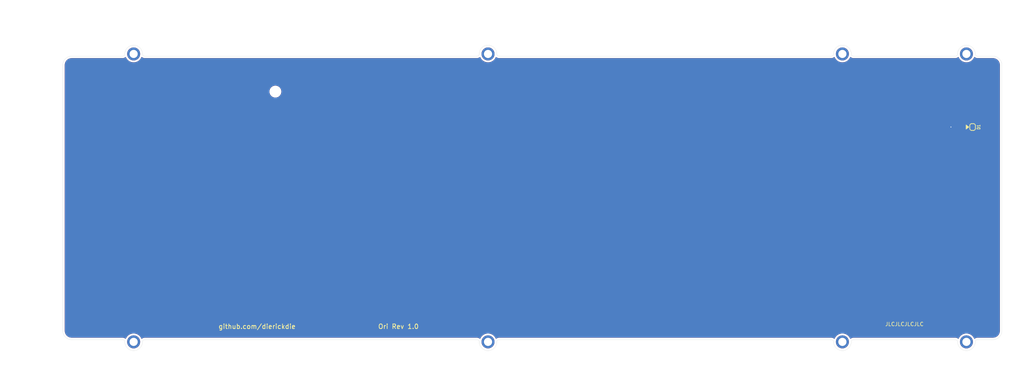
<source format=kicad_pcb>
(kicad_pcb (version 20171130) (host pcbnew "(5.1.10-1-10_14)")
  (layers (0 F.Cu signal) (31 B.Cu signal) (34 B.Paste user) (35 F.Paste user) (36 B.SilkS user) (37 F.SilkS user) (38 B.Mask user) (39 F.Mask user) (44 Edge.Cuts user))
  (net 0 "")
  (net 1 GND)
  (net 2 "Net-(D1-Pad1)")
  (module random-keyboard-parts:Generic-Mounthole (layer F.Cu) (at 203.623474 49.993944)
    (fp_text reference H12)
    (fp_text value MountingHole)
    (pad "" np_thru_hole circle (at 0 0) (size 2.2 2.2) (drill 2.2) (layers *.Cu *.Mask))
  )
  (module random-keyboard-parts:Generic-Mounthole (layer F.Cu) (at 356.023442 117.264265)
    (fp_text reference H6)
    (fp_text value MountingHole)
    (pad 1 thru_hole circle (at 0 0) (size 3.5 3.5) (drill 2.2) (layers *.Cu *.Mask))
  )
  (module random-keyboard-parts:Generic-Mounthole (layer F.Cu) (at 356.023442 39.873575)
    (fp_text reference H5)
    (fp_text value MountingHole)
    (pad 1 thru_hole circle (at 0 0) (size 3.5 3.5) (drill 2.2) (layers *.Cu *.Mask))
  )
  (module random-keyboard-parts:Generic-Mounthole (layer F.Cu) (at 260.773394 117.264265)
    (fp_text reference H4)
    (fp_text value MountingHole)
    (pad 1 thru_hole circle (at 0 0) (size 3.5 3.5) (drill 2.2) (layers *.Cu *.Mask))
  )
  (module random-keyboard-parts:Generic-Mounthole (layer F.Cu) (at 260.773394 39.873575)
    (fp_text reference H3)
    (fp_text value MountingHole)
    (pad 1 thru_hole circle (at 0 0) (size 3.5 3.5) (drill 2.2) (layers *.Cu *.Mask))
  )
  (module random-keyboard-parts:Generic-Mounthole (layer F.Cu) (at 165.523314 117.264265)
    (fp_text reference H2)
    (fp_text value MountingHole)
    (pad 1 thru_hole circle (at 0 0) (size 3.5 3.5) (drill 2.2) (layers *.Cu *.Mask))
  )
  (module random-keyboard-parts:Generic-Mounthole (layer F.Cu) (at 165.523314 39.873575)
    (fp_text reference H1)
    (fp_text value MountingHole)
    (pad 1 thru_hole circle (at 0 0) (size 3.5 3.5) (drill 2.2) (layers *.Cu *.Mask))
  )
  (module Keeb_footprints:D_SOD-123_modified (layer F.Cu) (at 389.36137 59.51884 180)
    (fp_text reference D1 (at -3.302 0 90) (layer F.SilkS) (effects (font (size 0.8 0.7))))
    (fp_text value DIODE)
    (fp_poly (pts (xy -0.6858 0) (xy 0.1142 -0.6) (xy 0.1142 0.6)) (layer F.SilkS) (width 0.1))
    (fp_line (start -1.400038 0.9) (end -1.9 0.9) (layer F.SilkS) (width 0.2))
    (fp_line (start -2.4 -0.4) (end -2.4 0.4) (layer F.SilkS) (width 0.2))
    (fp_line (start -1.899962 -0.9) (end -1.4 -0.9) (layer F.SilkS) (width 0.2))
    (fp_line (start -0.9 -0.4) (end -0.9 0.4) (layer F.SilkS) (width 0.2))
    (fp_arc (start -1.4 0.4) (end -1.4 0.9) (angle -90) (layer F.SilkS) (width 0.2))
    (fp_arc (start -1.9 0.4) (end -2.4 0.4) (angle -90) (layer F.SilkS) (width 0.2))
    (fp_arc (start -1.9 -0.4) (end -1.9 -0.9) (angle -90) (layer F.SilkS) (width 0.2))
    (fp_arc (start -1.4 -0.4) (end -0.9 -0.4) (angle -90) (layer F.SilkS) (width 0.2))
    (pad 2 smd roundrect (at 1.65 0 180) (size 1 1.2) (layers F.Cu F.Paste F.Mask) (net 1 GND))
    (pad 1 smd roundrect (at -1.65 0 180) (size 1 1.2) (layers F.Cu F.Paste F.Mask) (net 2 "Net-(D1-Pad1)"))
  )
  (module Keeb_footprints:MX100_outline (layer F.Cu) (at 389.36137 69.04388)
    (fp_text reference U53)
    (fp_text value HOLE)
  )
  (module Keeb_footprints:MX100_outline (layer F.Cu) (at 389.33601 107.1567)
    (fp_text reference U61)
    (fp_text value HOLE)
  )
  (module Keeb_footprints:MX100_outline (layer F.Cu) (at 389.33601 50.00646)
    (fp_text reference U49)
    (fp_text value HOLE)
  )
  (module random-keyboard-parts:Generic-Mounthole (layer F.Cu) (at 389.360818 39.87364)
    (fp_text reference H7)
    (fp_text value MountingHole)
    (pad 1 thru_hole circle (at 0 0) (size 3.5 3.5) (drill 2.2) (layers *.Cu *.Mask))
  )
  (module Keeb_footprints:MX100_outline (layer F.Cu) (at 389.361002 88.10662)
    (fp_text reference U57)
    (fp_text value HOLE)
  )
  (module random-keyboard-parts:Generic-Mounthole (layer F.Cu) (at 389.360818 117.2642)
    (fp_text reference H8)
    (fp_text value MountingHole)
    (pad 1 thru_hole circle (at 0 0) (size 3.5 3.5) (drill 2.2) (layers *.Cu *.Mask))
  )
  (module Keeb_footprints:MX100_outline (layer F.Cu) (at 365.52341 107.1567)
    (fp_text reference U48)
    (fp_text value HOLE)
  )
  (module Keeb_footprints:MX100_outline (layer F.Cu) (at 346.47333 107.16)
    (fp_text reference U47)
    (fp_text value HOLE)
  )
  (module Keeb_footprints:MX100_outline (layer F.Cu) (at 327.42325 107.1567)
    (fp_text reference U46)
    (fp_text value HOLE)
  )
  (module Keeb_footprints:MX100_outline (layer F.Cu) (at 308.37317 107.1567)
    (fp_text reference U45)
    (fp_text value HOLE)
  )
  (module Keeb_footprints:MX100_outline (layer F.Cu) (at 289.32309 107.1567)
    (fp_text reference U44)
    (fp_text value HOLE)
  )
  (module Keeb_footprints:MX100_outline (layer F.Cu) (at 270.27301 107.1567)
    (fp_text reference U43)
    (fp_text value HOLE)
  )
  (module Keeb_footprints:MX100_outline (layer F.Cu) (at 251.22293 107.1567)
    (fp_text reference U42)
    (fp_text value HOLE)
  )
  (module Keeb_footprints:MX100_outline (layer F.Cu) (at 251.22293 88.10662)
    (fp_text reference U30)
    (fp_text value HOLE)
  )
  (module Keeb_footprints:MX100_outline (layer F.Cu) (at 232.17285 88.10662)
    (fp_text reference U29)
    (fp_text value HOLE)
  )
  (module Keeb_footprints:MX100_outline (layer F.Cu) (at 213.12277 88.10662)
    (fp_text reference U28)
    (fp_text value HOLE)
  )
  (module Keeb_footprints:MX100_outline (layer F.Cu) (at 194.07269 88.10662)
    (fp_text reference U27)
    (fp_text value HOLE)
  )
  (module Keeb_footprints:MX100_outline (layer F.Cu) (at 175.02261 88.10662)
    (fp_text reference U26)
    (fp_text value HOLE)
  )
  (module Keeb_footprints:MX100_outline (layer F.Cu) (at 155.97253 88.10662)
    (fp_text reference U25)
    (fp_text value HOLE)
  )
  (module Keeb_footprints:MX100_outline (layer F.Cu) (at 365.52341 69.05654)
    (fp_text reference U24)
    (fp_text value HOLE)
  )
  (module Keeb_footprints:MX100_outline (layer F.Cu) (at 232.17285 107.1567)
    (fp_text reference U41)
    (fp_text value HOLE)
  )
  (module Keeb_footprints:MX100_outline (layer F.Cu) (at 213.12277 107.1567)
    (fp_text reference U40)
    (fp_text value HOLE)
  )
  (module Keeb_footprints:MX100_outline (layer F.Cu) (at 194.07269 107.1567)
    (fp_text reference U39)
    (fp_text value HOLE)
  )
  (module Keeb_footprints:MX100_outline (layer F.Cu) (at 175.02261 107.1567)
    (fp_text reference U38)
    (fp_text value HOLE)
  )
  (module Keeb_footprints:MX100_outline (layer F.Cu) (at 155.97253 107.1567)
    (fp_text reference U37)
    (fp_text value HOLE)
  )
  (module Keeb_footprints:MX100_outline (layer F.Cu) (at 365.52341 88.10662)
    (fp_text reference U36)
    (fp_text value HOLE)
  )
  (module Keeb_footprints:MX100_outline (layer F.Cu) (at 346.47333 88.10662)
    (fp_text reference U35)
    (fp_text value HOLE)
  )
  (module Keeb_footprints:MX100_outline (layer F.Cu) (at 327.42325 88.10662)
    (fp_text reference U34)
    (fp_text value HOLE)
  )
  (module Keeb_footprints:MX100_outline (layer F.Cu) (at 308.37317 88.10662)
    (fp_text reference U33)
    (fp_text value HOLE)
  )
  (module Keeb_footprints:MX100_outline (layer F.Cu) (at 289.32309 88.10662)
    (fp_text reference U32)
    (fp_text value HOLE)
  )
  (module Keeb_footprints:MX100_outline (layer F.Cu) (at 270.27301 88.10662)
    (fp_text reference U31)
    (fp_text value HOLE)
  )
  (module Keeb_footprints:MX100_outline (layer F.Cu) (at 346.47333 69.05654)
    (fp_text reference U23)
    (fp_text value HOLE)
  )
  (module Keeb_footprints:MX100_outline (layer F.Cu) (at 327.42325 69.05654)
    (fp_text reference U22)
    (fp_text value HOLE)
  )
  (module Keeb_footprints:MX100_outline (layer F.Cu) (at 308.37317 69.05654)
    (fp_text reference U21)
    (fp_text value HOLE)
  )
  (module Keeb_footprints:MX100_outline (layer F.Cu) (at 289.32309 69.05654)
    (fp_text reference U20)
    (fp_text value HOLE)
  )
  (module Keeb_footprints:MX100_outline (layer F.Cu) (at 270.27301 69.05654)
    (fp_text reference U19)
    (fp_text value HOLE)
  )
  (module Keeb_footprints:MX100_outline (layer F.Cu) (at 251.22293 69.05654)
    (fp_text reference U18)
    (fp_text value HOLE)
  )
  (module Keeb_footprints:MX100_outline (layer F.Cu) (at 232.17285 69.05654)
    (fp_text reference U17)
    (fp_text value HOLE)
  )
  (module Keeb_footprints:MX100_outline (layer F.Cu) (at 213.12277 69.05654)
    (fp_text reference U16)
    (fp_text value HOLE)
  )
  (module Keeb_footprints:MX100_outline (layer F.Cu) (at 194.07269 69.05654)
    (fp_text reference U15)
    (fp_text value HOLE)
  )
  (module Keeb_footprints:MX100_outline (layer F.Cu) (at 175.02261 69.05654)
    (fp_text reference U14)
    (fp_text value HOLE)
  )
  (module Keeb_footprints:MX100_outline (layer F.Cu) (at 155.97253 69.05654)
    (fp_text reference U13)
    (fp_text value HOLE)
  )
  (module Keeb_footprints:MX100_outline (layer F.Cu) (at 365.52341 50.00646)
    (fp_text reference U12)
    (fp_text value HOLE)
  )
  (module Keeb_footprints:MX100_outline (layer F.Cu) (at 346.47333 50.00646)
    (fp_text reference U11)
    (fp_text value HOLE)
  )
  (module Keeb_footprints:MX100_outline (layer F.Cu) (at 327.42325 50.00646)
    (fp_text reference U10)
    (fp_text value HOLE)
  )
  (module Keeb_footprints:MX100_outline (layer F.Cu) (at 308.37317 50.00646)
    (fp_text reference U9)
    (fp_text value HOLE)
  )
  (module Keeb_footprints:MX100_outline (layer F.Cu) (at 289.32309 50.00646)
    (fp_text reference U8)
    (fp_text value HOLE)
  )
  (module Keeb_footprints:MX100_outline (layer F.Cu) (at 270.27301 50.00646)
    (fp_text reference U7)
    (fp_text value HOLE)
  )
  (module Keeb_footprints:MX100_outline (layer F.Cu) (at 251.22293 50.00646)
    (fp_text reference U6)
    (fp_text value HOLE)
  )
  (module Keeb_footprints:MX100_outline (layer F.Cu) (at 232.17285 50.00646)
    (fp_text reference U5)
    (fp_text value HOLE)
  )
  (module Keeb_footprints:MX100_outline (layer F.Cu) (at 213.12277 50.00646)
    (fp_text reference U4)
    (fp_text value HOLE)
  )
  (module Keeb_footprints:MX100_outline (layer F.Cu) (at 194.07269 50.00646)
    (fp_text reference U3)
    (fp_text value HOLE)
  )
  (module Keeb_footprints:MX100_outline (layer F.Cu) (at 175.02261 50.00646)
    (fp_text reference U2)
    (fp_text value HOLE)
  )
  (module Keeb_footprints:MX100_outline (layer F.Cu) (at 155.97253 50.00646)
    (fp_text reference U1)
    (fp_text value HOLE)
  )
  (gr_line (start 392.337567 116.668952) (end 396.50515 116.66908) (layer Edge.Cuts) (width 0.05))
  (gr_line (start 359.000196 116.669016) (end 386.384437 116.668952) (layer Edge.Cuts) (width 0.05))
  (gr_line (start 263.750175 116.668952) (end 353.047066 116.669016) (layer Edge.Cuts) (width 0.05))
  (gr_line (start 168.500068 116.669016) (end 257.797045 116.668952) (layer Edge.Cuts) (width 0.05))
  (gr_line (start 148.85411 116.66908) (end 162.546938 116.669016) (layer Edge.Cuts) (width 0.05))
  (gr_line (start 146.47285 42.85002) (end 146.47285 114.28782) (layer Edge.Cuts) (width 0.05))
  (gr_line (start 162.546757 40.468888) (end 148.85411 40.46876) (layer Edge.Cuts) (width 0.05))
  (gr_line (start 257.796677 40.468888) (end 168.499887 40.468888) (layer Edge.Cuts) (width 0.05))
  (gr_line (start 353.046597 40.468888) (end 263.749807 40.468888) (layer Edge.Cuts) (width 0.05))
  (gr_line (start 386.384069 40.468888) (end 358.999727 40.468888) (layer Edge.Cuts) (width 0.05))
  (gr_line (start 396.50515 40.46876) (end 392.337199 40.468888) (layer Edge.Cuts) (width 0.05))
  (gr_line (start 398.88641 114.28782) (end 398.88641 42.85002) (layer Edge.Cuts) (width 0.05))
  (gr_arc (start 389.360634 39.873575) (end 391.741886 39.873575) (angle -180) (layer Edge.Cuts) (width 0.05))
  (gr_arc (start 392.337199 39.873575) (end 391.741886 39.873575) (angle -90) (layer Edge.Cuts) (width 0.05))
  (gr_arc (start 386.384069 39.873575) (end 386.384069 40.468888) (angle -90) (layer Edge.Cuts) (width 0.05))
  (gr_arc (start 356.023162 39.873575) (end 358.404414 39.873575) (angle -180) (layer Edge.Cuts) (width 0.05))
  (gr_arc (start 358.999727 39.873575) (end 358.404414 39.873575) (angle -90) (layer Edge.Cuts) (width 0.05))
  (gr_arc (start 353.046597 39.873575) (end 353.046597 40.468888) (angle -90) (layer Edge.Cuts) (width 0.05))
  (gr_arc (start 260.773242 39.873575) (end 263.154494 39.873575) (angle -180) (layer Edge.Cuts) (width 0.05))
  (gr_arc (start 263.749807 39.873575) (end 263.154494 39.873575) (angle -90) (layer Edge.Cuts) (width 0.05))
  (gr_arc (start 257.796677 39.873575) (end 257.796677 40.468888) (angle -90) (layer Edge.Cuts) (width 0.05))
  (gr_arc (start 165.523322 39.873575) (end 167.904574 39.873575) (angle -180) (layer Edge.Cuts) (width 0.05))
  (gr_arc (start 168.499887 39.873575) (end 167.904574 39.873575) (angle -90) (layer Edge.Cuts) (width 0.05))
  (gr_arc (start 162.546757 39.873575) (end 162.546757 40.468888) (angle -90) (layer Edge.Cuts) (width 0.05))
  (gr_arc (start 165.523503 117.264329) (end 163.142251 117.264329) (angle -180) (layer Edge.Cuts) (width 0.05))
  (gr_arc (start 162.546938 117.264329) (end 163.142251 117.264329) (angle -90) (layer Edge.Cuts) (width 0.05))
  (gr_arc (start 168.500068 117.264329) (end 168.500068 116.669016) (angle -90) (layer Edge.Cuts) (width 0.05))
  (gr_arc (start 260.77361 117.264265) (end 258.392358 117.264265) (angle -180) (layer Edge.Cuts) (width 0.05))
  (gr_arc (start 257.797045 117.264265) (end 258.392358 117.264265) (angle -90) (layer Edge.Cuts) (width 0.05))
  (gr_arc (start 263.750175 117.264265) (end 263.750175 116.668952) (angle -90) (layer Edge.Cuts) (width 0.05))
  (gr_arc (start 356.023631 117.264329) (end 353.642379 117.264329) (angle -180) (layer Edge.Cuts) (width 0.05))
  (gr_arc (start 353.047066 117.264329) (end 353.642379 117.264329) (angle -90) (layer Edge.Cuts) (width 0.05))
  (gr_arc (start 359.000196 117.264329) (end 359.000196 116.669016) (angle -90) (layer Edge.Cuts) (width 0.05))
  (gr_arc (start 389.361002 117.264265) (end 386.97975 117.264265) (angle -180) (layer Edge.Cuts) (width 0.05))
  (gr_arc (start 392.337567 117.264265) (end 392.337567 116.668952) (angle -90) (layer Edge.Cuts) (width 0.05))
  (gr_arc (start 386.384437 117.264265) (end 386.97975 117.264265) (angle -90) (layer Edge.Cuts) (width 0.05))
  (gr_arc (start 396.50515 42.85002) (end 398.88641 42.85002) (angle -90) (layer Edge.Cuts) (width 0.05))
  (gr_arc (start 396.50515 114.28782) (end 396.50515 116.66908) (angle -90) (layer Edge.Cuts) (width 0.05))
  (gr_arc (start 148.85411 114.28782) (end 146.47285 114.28782) (angle -90) (layer Edge.Cuts) (width 0.05))
  (gr_arc (start 148.85411 42.85002) (end 148.85411 40.46876) (angle -90) (layer Edge.Cuts) (width 0.05))
  (gr_text JLCJLCJLCJLC (at 372.692082 112.501704) (layer F.SilkS) (effects (font (size 1 1))))
  (gr_text github.com/dierickdie (at 198.702248 113.136076) (layer F.SilkS) (effects (font (size 1.25 1.25) (thickness 0.2))))
  (gr_text "Ori Rev 1.0" (at 236.702148 113.136076) (layer F.SilkS) (effects (font (size 1.25 1.25) (thickness 0.2))))
  (via (at 385.194165 59.51884) (size 0.5) (drill 0.25) (layers F.Cu B.Cu) (net 1))
  (segment (start 387.71137 59.51884) (end 385.194165 59.51884) (width 0.25) (layer F.Cu) (net 1))
  (zone (net 1) (net_name GND) (layer B.Cu) (connect_pads (clearance 0.508)) (min_thickness 0.254) (fill yes (arc_segments 32) (thermal_gap 0.508) (thermal_bridge_width 0.508))
    (polygon (pts (xy 404.83956 34.51561) (xy 404.83956 123.81286) (xy 142.90096 123.81286) (xy 142.90096 34.51561)))
  )
  (zone (net 1) (net_name GND) (layer F.Cu) (connect_pads (clearance 0.508)) (min_thickness 0.254) (fill yes (arc_segments 32) (thermal_gap 0.508) (thermal_bridge_width 0.508))
    (polygon (pts (xy 404.83956 34.51561) (xy 404.83956 123.81286) (xy 142.90096 123.81286) (xy 142.90096 34.51561)))
  )
)
</source>
